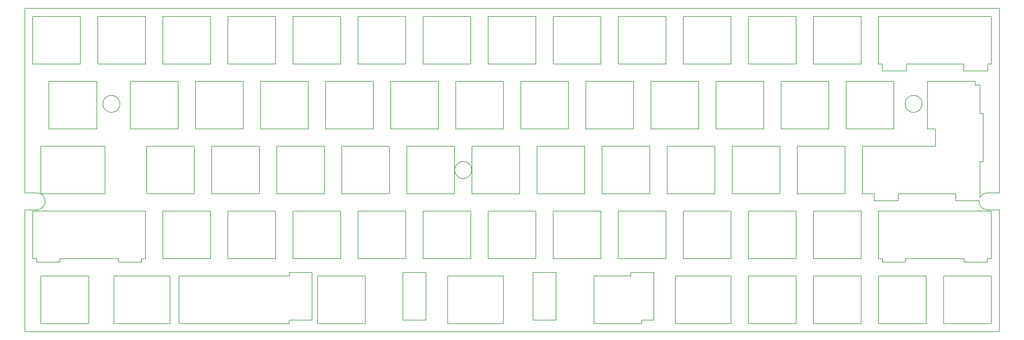
<source format=gbr>
G04 #@! TF.GenerationSoftware,KiCad,Pcbnew,(5.1.10)-1*
G04 #@! TF.CreationDate,2021-11-04T18:57:27+09:00*
G04 #@! TF.ProjectId,Plate2,506c6174-6532-42e6-9b69-6361645f7063,rev?*
G04 #@! TF.SameCoordinates,Original*
G04 #@! TF.FileFunction,Profile,NP*
%FSLAX46Y46*%
G04 Gerber Fmt 4.6, Leading zero omitted, Abs format (unit mm)*
G04 Created by KiCad (PCBNEW (5.1.10)-1) date 2021-11-04 18:57:27*
%MOMM*%
%LPD*%
G01*
G04 APERTURE LIST*
G04 #@! TA.AperFunction,Profile*
%ADD10C,0.200000*%
G04 #@! TD*
G04 APERTURE END LIST*
D10*
X40437001Y-16337000D02*
X54437001Y-16337000D01*
X111587001Y-59487001D02*
X97587001Y-59487001D01*
X54437001Y-16337000D02*
X54437001Y-2337001D01*
X111587001Y-2337001D02*
X97587001Y-2337001D01*
X78537001Y-59487001D02*
X78537001Y-73487001D01*
X54437001Y-2337001D02*
X40437001Y-2337001D01*
X111587001Y-16337000D02*
X111587001Y-2337001D01*
X130637000Y-73487001D02*
X130637000Y-59487001D01*
X97587001Y-59487001D02*
X97587001Y-73487001D01*
X116637001Y-73487001D02*
X130637000Y-73487001D01*
X92537001Y-73487001D02*
X92537001Y-59487001D01*
X97587001Y-16337000D02*
X111587001Y-16337000D01*
X49962001Y-21387001D02*
X49962001Y-35387001D01*
X116637001Y-59487001D02*
X116637001Y-73487001D01*
X130637000Y-59487001D02*
X116637001Y-59487001D01*
X111587001Y-73487001D02*
X111587001Y-59487001D01*
X63962001Y-35387001D02*
X63962001Y-21387001D01*
X63962001Y-21387001D02*
X49962001Y-21387001D01*
X92537001Y-59487001D02*
X78537001Y-59487001D01*
X40437001Y-2337001D02*
X40437001Y-16337000D01*
X78537001Y-73487001D02*
X92537001Y-73487001D01*
X97587001Y-2337001D02*
X97587001Y-16337000D01*
X97587001Y-73487001D02*
X111587001Y-73487001D01*
X235412001Y-35387001D02*
X235412001Y-21387001D01*
X121112001Y-21387001D02*
X107112001Y-21387001D01*
X225887001Y-2337001D02*
X211887001Y-2337001D01*
X211887001Y-2337001D02*
X211887001Y-16337000D01*
X121112001Y-35387001D02*
X121112001Y-21387001D01*
X92537001Y-2337001D02*
X78537001Y-2337001D01*
X211887001Y-16337000D02*
X225887001Y-16337000D01*
X221412000Y-21387001D02*
X221412000Y-35387001D01*
X164262001Y-35387001D02*
X178262001Y-35387001D01*
X178262001Y-35387001D02*
X178262001Y-21387001D01*
X107112001Y-21387001D02*
X107112001Y-35387001D01*
X107112001Y-35387001D02*
X121112001Y-35387001D01*
X92537001Y-16337000D02*
X92537001Y-2337001D01*
X78537001Y-2337001D02*
X78537001Y-16337000D01*
X178262001Y-21387001D02*
X164262001Y-21387001D01*
X225887001Y-16337000D02*
X225887001Y-2337001D01*
X85680751Y-78537001D02*
X85680751Y-92537001D01*
X99680751Y-78537001D02*
X85680751Y-78537001D01*
X99680751Y-92537001D02*
X99680751Y-78537001D01*
X85680751Y-92537001D02*
X99680751Y-92537001D01*
X164262001Y-21387001D02*
X164262001Y-35387001D01*
X235412001Y-21387001D02*
X221412000Y-21387001D01*
X221412000Y-35387001D02*
X235412001Y-35387001D01*
X128387001Y-44939100D02*
X127614001Y-45060100D01*
X130410001Y-45968500D02*
X129856001Y-45414301D01*
X269037001Y-78537001D02*
X269037001Y-92537001D01*
X129160001Y-49815900D02*
X129856001Y-49460301D01*
X127614001Y-49815900D02*
X128387001Y-49938701D01*
X126918001Y-49460301D02*
X127614001Y-49815900D01*
X126364001Y-48907901D02*
X126918001Y-49460301D01*
X263987001Y-92537001D02*
X263987001Y-78537001D01*
X283037001Y-78537001D02*
X269037001Y-78537001D01*
X244937001Y-78537001D02*
X230937000Y-78537001D01*
X249987000Y-78537001D02*
X249987000Y-92537001D01*
X129856001Y-45414301D02*
X129160001Y-45060100D01*
X211887001Y-78537001D02*
X211887001Y-92537001D01*
X230937000Y-78537001D02*
X230937000Y-92537001D01*
X129160001Y-45060100D02*
X128387001Y-44939100D01*
X125887001Y-47438901D02*
X126007001Y-48210400D01*
X269037001Y-92537001D02*
X283037001Y-92537001D01*
X283037001Y-92537001D02*
X283037001Y-78537001D01*
X126918001Y-45414301D02*
X126364001Y-45968500D01*
X126007001Y-46664201D02*
X125887001Y-47438901D01*
X126007001Y-48210400D02*
X126364001Y-48907901D01*
X211887001Y-92537001D02*
X225887001Y-92537001D01*
X130764001Y-46664201D02*
X130410001Y-45968500D01*
X128387001Y-49938701D02*
X129160001Y-49815900D01*
X130888001Y-47438901D02*
X130764001Y-46664201D01*
X127614001Y-45060100D02*
X126918001Y-45414301D01*
X225887001Y-92537001D02*
X225887001Y-78537001D01*
X263987001Y-78537001D02*
X249987000Y-78537001D01*
X244937001Y-92537001D02*
X244937001Y-78537001D01*
X225887001Y-78537001D02*
X211887001Y-78537001D01*
X249987000Y-92537001D02*
X263987001Y-92537001D01*
X129856001Y-49460301D02*
X130410001Y-48907901D01*
X130764001Y-48210400D02*
X130888001Y-47438901D01*
X126364001Y-45968500D02*
X126007001Y-46664201D01*
X130410001Y-48907901D02*
X130764001Y-48210400D01*
X230937000Y-92537001D02*
X244937001Y-92537001D01*
X35387001Y-59487001D02*
X2337000Y-59487001D01*
X184155751Y-91537001D02*
X184155751Y-77537001D01*
X2337000Y-73487001D02*
X3549000Y-73487001D01*
X249987000Y-59487001D02*
X249987000Y-73487001D01*
X259512001Y-16337000D02*
X274950073Y-16337000D01*
X258074001Y-16337001D02*
X259512001Y-16337000D01*
X283037000Y-59487001D02*
X249987000Y-59487001D01*
X23480751Y-54437001D02*
X23480751Y-40437001D01*
X27425001Y-74487001D02*
X34175001Y-74487001D01*
X184155751Y-77537001D02*
X177405751Y-77537001D01*
X251073916Y-16337001D02*
X251074000Y-18337001D01*
X3549000Y-73487001D02*
X3549000Y-74487001D01*
X10299001Y-73487001D02*
X27425001Y-73487001D01*
X249987012Y-16337001D02*
X251073916Y-16337001D01*
X283037000Y-73487001D02*
X283037000Y-59487001D01*
X4718250Y-54437001D02*
X23480751Y-54437001D01*
X257949000Y-73487001D02*
X275075001Y-73487001D01*
X251199001Y-74487001D02*
X257949000Y-74487001D01*
X2337000Y-59487001D02*
X2337000Y-73487001D01*
X27425001Y-73487001D02*
X27425001Y-74487001D01*
X3549000Y-74487001D02*
X10299001Y-74487001D01*
X34175001Y-74487001D02*
X34175001Y-73487001D01*
X34175001Y-73487001D02*
X35387001Y-73487001D01*
X23480751Y-40437001D02*
X4718250Y-40437001D01*
X177405751Y-78537001D02*
X166643251Y-78537001D01*
X275075001Y-73487001D02*
X275075001Y-74487001D01*
X281825001Y-73487001D02*
X283037000Y-73487001D01*
X257949000Y-74487001D02*
X257949000Y-73487001D01*
X10299001Y-74487001D02*
X10299001Y-73487001D01*
X283037014Y-2337001D02*
X249987012Y-2337001D01*
X283037014Y-16337001D02*
X283037014Y-2337001D01*
X35387001Y-73487001D02*
X35387001Y-59487001D01*
X180643251Y-91537001D02*
X184155751Y-91537001D01*
X177405751Y-77537001D02*
X177405751Y-78537001D01*
X281825001Y-74487001D02*
X281825001Y-73487001D01*
X275075001Y-74487001D02*
X281825001Y-74487001D01*
X251199001Y-73487001D02*
X251199001Y-74487001D01*
X249987000Y-73487001D02*
X251199001Y-73487001D01*
X4718250Y-40437001D02*
X4718250Y-54437001D01*
X281950001Y-16337001D02*
X283037014Y-16337001D01*
X281950001Y-18337001D02*
X281950001Y-16337001D01*
X274950001Y-18337001D02*
X281950001Y-18337001D01*
X274950073Y-16337000D02*
X274950001Y-18337001D01*
X258074001Y-18337001D02*
X258074001Y-16337001D01*
X251074000Y-18337001D02*
X258074001Y-18337001D01*
X249987012Y-2337001D02*
X249987012Y-16337001D01*
X255692751Y-56437001D02*
X255692751Y-54437001D01*
X280655751Y-30912001D02*
X279655751Y-30912001D01*
X0Y-94874001D02*
X-915Y-59138401D01*
X281100001Y-59015700D02*
X281873001Y-59138401D01*
X266655751Y-40431230D02*
X259224501Y-40437001D01*
X3499301Y-59138401D02*
X4272380Y-59015700D01*
X266655751Y-35387001D02*
X266655751Y-40431230D01*
X281873001Y-59138401D02*
X285374001Y-59138401D01*
X248692751Y-56437001D02*
X255692751Y-56437001D01*
X285374001Y0D02*
X285374001Y-54137501D01*
X4968300Y-58661501D02*
X5520891Y-58107601D01*
X279405906Y-56437001D02*
X279374001Y-56637200D01*
X5876420Y-55865400D02*
X5520891Y-55168301D01*
X279851001Y-58107601D02*
X280404001Y-58661501D01*
X5520891Y-55168301D02*
X4968300Y-54614100D01*
X279655751Y-30912001D02*
X279655751Y-22474000D01*
X0Y0D02*
X285374001Y0D01*
X279655751Y-44912001D02*
X280655751Y-44912001D01*
X279497001Y-57410201D02*
X279851001Y-58107601D01*
X4968300Y-54614100D02*
X4272380Y-54260201D01*
X278274501Y-21387001D02*
X264274500Y-21387001D01*
X278274501Y-22474000D02*
X278274501Y-21387001D01*
X279655751Y-22474000D02*
X278274501Y-22474000D01*
X5520891Y-58107601D02*
X5876420Y-57410201D01*
X285374001Y-59138401D02*
X285374001Y-94874001D01*
X245224500Y-54437001D02*
X248692751Y-54437001D01*
X259224501Y-40437001D02*
X245224500Y-40437001D01*
X5999051Y-56638700D02*
X5876420Y-55865400D01*
X285374001Y-94874001D02*
X0Y-94874001D01*
X279374001Y-56637200D02*
X279497001Y-57410201D01*
X281873001Y-54137501D02*
X281100001Y-54260201D01*
X5876420Y-57410201D02*
X5999051Y-56638700D01*
X280404001Y-58661501D02*
X281100001Y-59015700D01*
X-915Y-59138401D02*
X3499301Y-59138401D01*
X279655751Y-55552789D02*
X279655751Y-44912001D01*
X264274500Y-35387001D02*
X266655751Y-35387001D01*
X4272380Y-54260201D02*
X3500680Y-54137501D01*
X4272380Y-59015700D02*
X4968300Y-58661501D01*
X248692751Y-54437001D02*
X248692751Y-56437001D01*
X245224500Y-40437001D02*
X245224500Y-54437001D01*
X280404001Y-54614100D02*
X279851001Y-55168301D01*
X280655751Y-44912001D02*
X280655751Y-30912001D01*
X281100001Y-54260201D02*
X280404001Y-54614100D01*
X264274500Y-21387001D02*
X264274500Y-35387001D01*
X279851001Y-55168301D02*
X279655751Y-55552789D01*
X272568751Y-56437001D02*
X279405906Y-56437001D01*
X3500680Y-54137501D02*
X-915Y-54137501D01*
X285374001Y-54137501D02*
X281873001Y-54137501D01*
X-915Y-54137501D02*
X0Y0D01*
X255692751Y-54437001D02*
X272568751Y-54437001D01*
X272568751Y-54437001D02*
X272568751Y-56437001D01*
X92824501Y-40437001D02*
X92824501Y-54437001D01*
X125874501Y-54437001D02*
X125874501Y-40437001D01*
X92824501Y-54437001D02*
X106824501Y-54437001D01*
X106824501Y-40437001D02*
X92824501Y-40437001D01*
X111874501Y-40437001D02*
X111874501Y-54437001D01*
X111874501Y-54437001D02*
X125874501Y-54437001D01*
X154737001Y-16337000D02*
X168737001Y-16337000D01*
X154737001Y-2337001D02*
X154737001Y-16337000D01*
X168737001Y-2337001D02*
X154737001Y-2337001D01*
X216362001Y-21387001D02*
X202362001Y-21387001D01*
X202362001Y-21387001D02*
X202362001Y-35387001D01*
X73487001Y-16337000D02*
X73487001Y-2337001D01*
X125874501Y-40437001D02*
X111874501Y-40437001D01*
X216362001Y-35387001D02*
X216362001Y-21387001D01*
X202362001Y-35387001D02*
X216362001Y-35387001D01*
X106824501Y-54437001D02*
X106824501Y-40437001D01*
X49674501Y-40437001D02*
X35674501Y-40437001D01*
X49674501Y-54437001D02*
X49674501Y-40437001D01*
X35674501Y-40437001D02*
X35674501Y-54437001D01*
X59487001Y-2337001D02*
X59487001Y-16337000D01*
X59487001Y-16337000D02*
X73487001Y-16337000D01*
X35674501Y-54437001D02*
X49674501Y-54437001D01*
X73487001Y-2337001D02*
X59487001Y-2337001D01*
X87774501Y-54437001D02*
X87774501Y-40437001D01*
X187787001Y-2337001D02*
X173787001Y-2337001D01*
X206837001Y-16337000D02*
X206837001Y-2337001D01*
X68724501Y-54437001D02*
X68724501Y-40437001D01*
X73774501Y-54437001D02*
X87774501Y-54437001D01*
X69012001Y-21387001D02*
X69012001Y-35387001D01*
X54724501Y-54437001D02*
X68724501Y-54437001D01*
X192837001Y-2337001D02*
X192837001Y-16337000D01*
X206837001Y-2337001D02*
X192837001Y-2337001D01*
X59487001Y-59487001D02*
X59487001Y-73487001D01*
X73487001Y-59487001D02*
X59487001Y-59487001D01*
X192837001Y-16337000D02*
X206837001Y-16337000D01*
X83012001Y-21387001D02*
X69012001Y-21387001D01*
X69012001Y-35387001D02*
X83012001Y-35387001D01*
X73487001Y-73487001D02*
X73487001Y-59487001D01*
X68724501Y-40437001D02*
X54724501Y-40437001D01*
X168737001Y-16337000D02*
X168737001Y-2337001D01*
X187787001Y-16337000D02*
X187787001Y-2337001D01*
X173787001Y-2337001D02*
X173787001Y-16337000D01*
X173787001Y-16337000D02*
X187787001Y-16337000D01*
X59487001Y-73487001D02*
X73487001Y-73487001D01*
X83012001Y-35387001D02*
X83012001Y-21387001D01*
X54724501Y-40437001D02*
X54724501Y-54437001D01*
X40437001Y-59487001D02*
X40437001Y-73487001D01*
X149974501Y-40437001D02*
X149974501Y-54437001D01*
X163974501Y-40437001D02*
X149974501Y-40437001D01*
X163974501Y-54437001D02*
X163974501Y-40437001D01*
X149974501Y-54437001D02*
X163974501Y-54437001D01*
X54437001Y-59487001D02*
X40437001Y-59487001D01*
X54437001Y-73487001D02*
X54437001Y-59487001D01*
X40437001Y-73487001D02*
X54437001Y-73487001D01*
X27886400Y-28038600D02*
X27763801Y-27264300D01*
X26855701Y-30060401D02*
X27406901Y-29506500D01*
X261705000Y-26014400D02*
X261008001Y-25660200D01*
X257858001Y-28810500D02*
X258213001Y-29506500D01*
X27406901Y-26568200D02*
X26855701Y-26014400D01*
X27406901Y-29506500D02*
X27763801Y-28810500D01*
X262258001Y-26568200D02*
X261705000Y-26014400D01*
X23009601Y-28810500D02*
X23363701Y-29506500D01*
X190455751Y-78537001D02*
X190455751Y-82874460D01*
X262613001Y-27264300D02*
X262258001Y-26568200D01*
X25386701Y-30538401D02*
X26159801Y-30414600D01*
X190455751Y-92537001D02*
X206837001Y-92537001D01*
X259463001Y-25660200D02*
X258766001Y-26014400D01*
X262736000Y-28038600D02*
X262613001Y-27264300D01*
X259463001Y-30414600D02*
X260236000Y-30538401D01*
X27763801Y-28810500D02*
X27886400Y-28038600D01*
X23363701Y-26568200D02*
X23009601Y-27264300D01*
X262613001Y-28810500D02*
X262736000Y-28038600D01*
X258213001Y-29506500D02*
X258766001Y-30060401D01*
X24613600Y-25660200D02*
X23917701Y-26014400D01*
X257736000Y-28038600D02*
X257858001Y-28810500D01*
X257858001Y-27264300D02*
X257736000Y-28038600D01*
X26159801Y-25660200D02*
X25386701Y-25537800D01*
X260236000Y-25537800D02*
X259463001Y-25660200D01*
X24613600Y-30414600D02*
X25386701Y-30538401D01*
X258766001Y-30060401D02*
X259463001Y-30414600D01*
X261705000Y-30060401D02*
X262258001Y-29506500D01*
X261008001Y-30414600D02*
X261705000Y-30060401D01*
X260236000Y-30538401D02*
X261008001Y-30414600D01*
X258213001Y-26568200D02*
X257858001Y-27264300D01*
X258766001Y-26014400D02*
X258213001Y-26568200D01*
X27763801Y-27264300D02*
X27406901Y-26568200D01*
X190455751Y-82874460D02*
X190455751Y-92537001D01*
X23363701Y-29506500D02*
X23917701Y-30060401D01*
X23917701Y-30060401D02*
X24613600Y-30414600D01*
X206837001Y-92537001D02*
X206837001Y-78537001D01*
X26159801Y-30414600D02*
X26855701Y-30060401D01*
X22886901Y-28038600D02*
X23009601Y-28810500D01*
X23009601Y-27264300D02*
X22886901Y-28038600D01*
X23917701Y-26014400D02*
X23363701Y-26568200D01*
X206837001Y-78537001D02*
X190455751Y-78537001D01*
X25386701Y-25537800D02*
X24613600Y-25660200D01*
X148837001Y-91537001D02*
X155587001Y-91537001D01*
X26855701Y-26014400D02*
X26159801Y-25660200D01*
X262258001Y-29506500D02*
X262613001Y-28810500D01*
X261008001Y-25660200D02*
X260236000Y-25537800D01*
X149687001Y-2337001D02*
X135687001Y-2337001D01*
X102062001Y-35387001D02*
X102062001Y-21387001D01*
X149687001Y-16337000D02*
X149687001Y-2337001D01*
X130637000Y-16337000D02*
X130637000Y-2337001D01*
X130924501Y-40437001D02*
X130924501Y-54437001D01*
X88062001Y-35387001D02*
X102062001Y-35387001D01*
X140162001Y-21387001D02*
X126162001Y-21387001D01*
X116637001Y-2337001D02*
X116637001Y-16337000D01*
X73774501Y-40437001D02*
X73774501Y-54437001D01*
X102062001Y-21387001D02*
X88062001Y-21387001D01*
X116637001Y-16337000D02*
X130637000Y-16337000D01*
X140162001Y-35387001D02*
X140162001Y-21387001D01*
X130924501Y-54437001D02*
X144924501Y-54437001D01*
X126162001Y-21387001D02*
X126162001Y-35387001D01*
X126162001Y-35387001D02*
X140162001Y-35387001D01*
X88062001Y-21387001D02*
X88062001Y-35387001D01*
X144924501Y-54437001D02*
X144924501Y-40437001D01*
X130637000Y-2337001D02*
X116637001Y-2337001D01*
X144924501Y-40437001D02*
X130924501Y-40437001D01*
X135687001Y-16337000D02*
X149687001Y-16337000D01*
X87774501Y-40437001D02*
X73774501Y-40437001D01*
X78537001Y-16337000D02*
X92537001Y-16337000D01*
X135687001Y-2337001D02*
X135687001Y-16337000D01*
X145212001Y-35387001D02*
X159212001Y-35387001D01*
X187787001Y-73487001D02*
X187787001Y-59487001D01*
X187787001Y-59487001D02*
X173787001Y-59487001D01*
X230937000Y-2337001D02*
X230937000Y-16337000D01*
X173787001Y-73487001D02*
X187787001Y-73487001D01*
X221124501Y-40437001D02*
X207124501Y-40437001D01*
X21387001Y-16337000D02*
X35387001Y-16337000D01*
X21387001Y-2337001D02*
X21387001Y-16337000D01*
X21099501Y-35387001D02*
X21099501Y-21387001D01*
X7099500Y-35387001D02*
X21099501Y-35387001D01*
X7099500Y-21387001D02*
X7099500Y-35387001D01*
X244937001Y-2337001D02*
X230937000Y-2337001D01*
X21099501Y-21387001D02*
X7099500Y-21387001D01*
X197312001Y-21387001D02*
X183312001Y-21387001D01*
X183312001Y-21387001D02*
X183312001Y-35387001D01*
X173787001Y-59487001D02*
X173787001Y-73487001D01*
X197312001Y-35387001D02*
X197312001Y-21387001D01*
X183312001Y-35387001D02*
X197312001Y-35387001D01*
X159212001Y-21387001D02*
X145212001Y-21387001D01*
X230937000Y-16337000D02*
X244937001Y-16337000D01*
X244937001Y-16337000D02*
X244937001Y-2337001D01*
X145212001Y-21387001D02*
X145212001Y-35387001D01*
X159212001Y-35387001D02*
X159212001Y-21387001D01*
X30912001Y-35387001D02*
X44912001Y-35387001D01*
X30912001Y-21387001D02*
X30912001Y-35387001D01*
X2337001Y-2337001D02*
X2337001Y-16337000D01*
X16337000Y-2337001D02*
X2337001Y-2337001D01*
X2337001Y-16337000D02*
X16337000Y-16337000D01*
X35387001Y-16337000D02*
X35387001Y-2337001D01*
X16337000Y-16337000D02*
X16337000Y-2337001D01*
X49962001Y-35387001D02*
X63962001Y-35387001D01*
X44912001Y-21387001D02*
X30912001Y-21387001D01*
X35387001Y-2337001D02*
X21387001Y-2337001D01*
X44912001Y-35387001D02*
X44912001Y-21387001D01*
X166643251Y-92537001D02*
X180643251Y-92537001D01*
X230937000Y-73487001D02*
X244937001Y-73487001D01*
X254462001Y-35387001D02*
X254462001Y-21387001D01*
X148837001Y-77537001D02*
X148837001Y-91537001D01*
X140162001Y-78537001D02*
X123780751Y-78537001D01*
X26149501Y-92537001D02*
X42530751Y-92537001D01*
X18718251Y-92537001D02*
X18718251Y-78537001D01*
X117487001Y-77537001D02*
X110737001Y-77537001D01*
X77405751Y-91537001D02*
X84155751Y-91537001D01*
X123780751Y-92537001D02*
X140162001Y-92537001D01*
X225887001Y-59487001D02*
X211887001Y-59487001D01*
X117487001Y-91537001D02*
X117487001Y-77537001D01*
X211887001Y-73487001D02*
X225887001Y-73487001D01*
X166643251Y-78537001D02*
X166643251Y-92537001D01*
X123780751Y-78537001D02*
X123780751Y-92537001D01*
X4718250Y-92537001D02*
X18718251Y-92537001D01*
X244937001Y-73487001D02*
X244937001Y-59487001D01*
X240462000Y-21387001D02*
X240462000Y-35387001D01*
X110737001Y-91537001D02*
X117487001Y-91537001D01*
X45199501Y-78537001D02*
X45199501Y-92537001D01*
X155587001Y-91537001D02*
X155587001Y-77537001D01*
X77405751Y-92537001D02*
X77405751Y-91537001D01*
X140162001Y-92537001D02*
X140162001Y-78537001D01*
X42530751Y-92537001D02*
X42530751Y-78537001D01*
X42530751Y-78537001D02*
X26149501Y-78537001D01*
X4718250Y-78537001D02*
X4718250Y-92537001D01*
X18718251Y-78537001D02*
X4718250Y-78537001D01*
X226174501Y-40437001D02*
X226174501Y-54437001D01*
X84155751Y-91537001D02*
X84155751Y-77537001D01*
X230937000Y-59487001D02*
X230937000Y-73487001D01*
X211887001Y-59487001D02*
X211887001Y-73487001D01*
X240174501Y-54437001D02*
X240174501Y-40437001D01*
X226174501Y-54437001D02*
X240174501Y-54437001D01*
X84155751Y-77537001D02*
X77405751Y-77537001D01*
X155587001Y-77537001D02*
X148837001Y-77537001D01*
X225887001Y-73487001D02*
X225887001Y-59487001D01*
X77405751Y-77537001D02*
X77405751Y-78537001D01*
X244937001Y-59487001D02*
X230937000Y-59487001D01*
X254462001Y-21387001D02*
X240462000Y-21387001D01*
X45199501Y-92537001D02*
X77405751Y-92537001D01*
X26149501Y-78537001D02*
X26149501Y-92537001D01*
X240462000Y-35387001D02*
X254462001Y-35387001D01*
X240174501Y-40437001D02*
X226174501Y-40437001D01*
X77405751Y-78537001D02*
X45199501Y-78537001D01*
X110737001Y-77537001D02*
X110737001Y-91537001D01*
X180643251Y-92537001D02*
X180643251Y-91537001D01*
X206837001Y-59487001D02*
X192837001Y-59487001D01*
X202074501Y-40437001D02*
X188074501Y-40437001D01*
X192837001Y-59487001D02*
X192837001Y-73487001D01*
X169024501Y-40437001D02*
X169024501Y-54437001D01*
X154737001Y-59487001D02*
X154737001Y-73487001D01*
X192837001Y-73487001D02*
X206837001Y-73487001D01*
X169024501Y-54437001D02*
X183024501Y-54437001D01*
X149687001Y-59487001D02*
X135687001Y-59487001D01*
X188074501Y-40437001D02*
X188074501Y-54437001D01*
X149687001Y-73487001D02*
X149687001Y-59487001D01*
X168737001Y-73487001D02*
X168737001Y-59487001D01*
X221124501Y-54437001D02*
X221124501Y-40437001D01*
X207124501Y-40437001D02*
X207124501Y-54437001D01*
X207124501Y-54437001D02*
X221124501Y-54437001D01*
X135687001Y-73487001D02*
X149687001Y-73487001D01*
X202074501Y-54437001D02*
X202074501Y-40437001D01*
X135687001Y-59487001D02*
X135687001Y-73487001D01*
X183024501Y-54437001D02*
X183024501Y-40437001D01*
X168737001Y-59487001D02*
X154737001Y-59487001D01*
X206837001Y-73487001D02*
X206837001Y-59487001D01*
X154737001Y-73487001D02*
X168737001Y-73487001D01*
X183024501Y-40437001D02*
X169024501Y-40437001D01*
X188074501Y-54437001D02*
X202074501Y-54437001D01*
M02*

</source>
